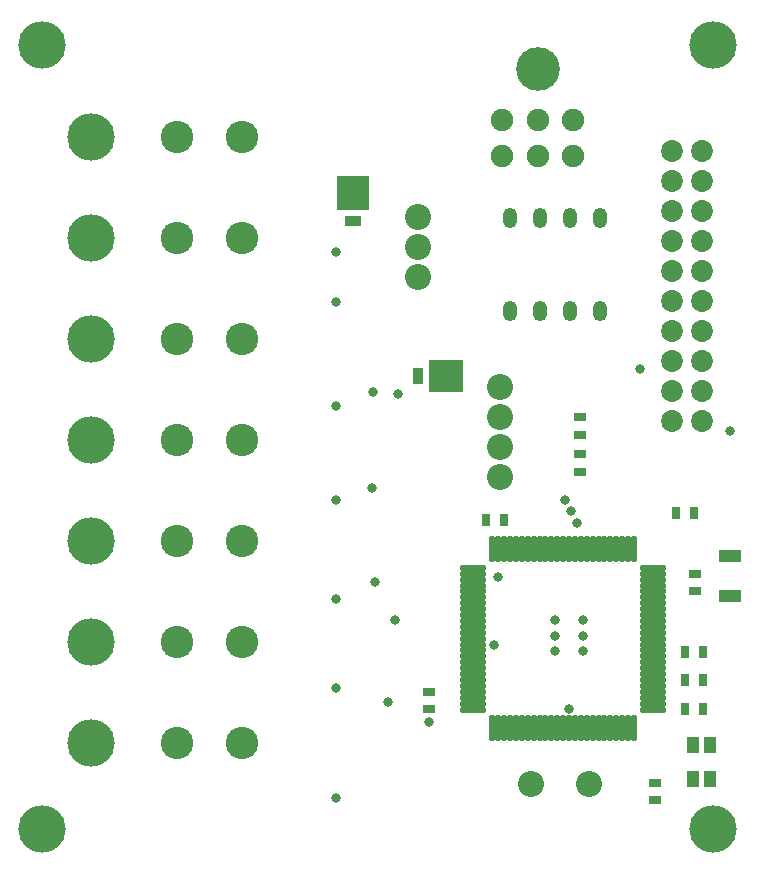
<source format=gts>
G04 Layer_Color=8388736*
%FSLAX43Y43*%
%MOMM*%
G71*
G01*
G75*
%ADD40R,1.003X0.703*%
%ADD41R,1.903X1.003*%
%ADD42R,0.703X1.003*%
%ADD43O,0.503X2.303*%
%ADD44O,2.303X0.503*%
%ADD45R,1.103X1.403*%
%ADD46R,2.743X2.870*%
%ADD47R,1.473X0.965*%
%ADD48R,2.870X2.743*%
%ADD49R,0.965X1.473*%
%ADD50C,2.203*%
%ADD51C,4.013*%
%ADD52C,1.854*%
%ADD53C,2.743*%
%ADD54C,1.903*%
%ADD55C,3.703*%
%ADD56O,1.219X1.727*%
%ADD57C,0.838*%
D40*
X56990Y23693D02*
D03*
Y25193D02*
D03*
X76111Y17489D02*
D03*
Y15989D02*
D03*
X79474Y35193D02*
D03*
Y33693D02*
D03*
X69723Y48464D02*
D03*
Y46964D02*
D03*
Y45338D02*
D03*
Y43838D02*
D03*
D41*
X82495Y33315D02*
D03*
Y36715D02*
D03*
D42*
X77923Y40319D02*
D03*
X79423D02*
D03*
X63329Y39765D02*
D03*
X61829D02*
D03*
X80157Y23757D02*
D03*
X78657D02*
D03*
X80157Y28598D02*
D03*
X78657D02*
D03*
X80157Y26177D02*
D03*
X78657D02*
D03*
D43*
X62331Y22088D02*
D03*
X62831D02*
D03*
X63331D02*
D03*
X63831D02*
D03*
X64331D02*
D03*
X64831D02*
D03*
X65331D02*
D03*
X65831D02*
D03*
X66331D02*
D03*
X66831D02*
D03*
X67331D02*
D03*
X67831D02*
D03*
X68331D02*
D03*
X68831D02*
D03*
X69331D02*
D03*
X69831D02*
D03*
X70331D02*
D03*
X70831D02*
D03*
X71331D02*
D03*
X71831D02*
D03*
X72331D02*
D03*
X72831D02*
D03*
X73331D02*
D03*
X73831D02*
D03*
X74331D02*
D03*
Y37288D02*
D03*
X73831D02*
D03*
X73331D02*
D03*
X72831D02*
D03*
X72331D02*
D03*
X71831D02*
D03*
X71331D02*
D03*
X70831D02*
D03*
X70331D02*
D03*
X69831D02*
D03*
X69331D02*
D03*
X68831D02*
D03*
X68331D02*
D03*
X67831D02*
D03*
X67331D02*
D03*
X66831D02*
D03*
X66331D02*
D03*
X65831D02*
D03*
X65331D02*
D03*
X64831D02*
D03*
X64331D02*
D03*
X63831D02*
D03*
X63331D02*
D03*
X62831D02*
D03*
X62331D02*
D03*
D44*
X75931Y23688D02*
D03*
Y24188D02*
D03*
Y24688D02*
D03*
Y25188D02*
D03*
Y25688D02*
D03*
Y26188D02*
D03*
Y26688D02*
D03*
Y27188D02*
D03*
Y27688D02*
D03*
Y28188D02*
D03*
Y28688D02*
D03*
Y29188D02*
D03*
Y29688D02*
D03*
Y30188D02*
D03*
Y30688D02*
D03*
Y31188D02*
D03*
Y31688D02*
D03*
Y32188D02*
D03*
Y32688D02*
D03*
Y33188D02*
D03*
Y33688D02*
D03*
Y34188D02*
D03*
Y34688D02*
D03*
Y35188D02*
D03*
Y35688D02*
D03*
X60731D02*
D03*
Y35188D02*
D03*
Y34688D02*
D03*
Y34188D02*
D03*
Y33688D02*
D03*
Y33188D02*
D03*
Y32688D02*
D03*
Y32188D02*
D03*
Y31688D02*
D03*
Y31188D02*
D03*
Y30688D02*
D03*
Y30188D02*
D03*
Y29688D02*
D03*
Y29188D02*
D03*
Y28688D02*
D03*
Y28188D02*
D03*
Y27688D02*
D03*
Y27188D02*
D03*
Y26688D02*
D03*
Y26188D02*
D03*
Y25688D02*
D03*
Y25188D02*
D03*
Y24688D02*
D03*
Y24188D02*
D03*
Y23688D02*
D03*
D45*
X80780Y20646D02*
D03*
Y17846D02*
D03*
X79330Y20646D02*
D03*
Y17846D02*
D03*
D46*
X50535Y67441D02*
D03*
D47*
Y65092D02*
D03*
D48*
X58394Y51908D02*
D03*
D49*
X56045D02*
D03*
D50*
X65642Y17375D02*
D03*
X70522D02*
D03*
X62976Y48468D02*
D03*
Y51008D02*
D03*
Y45928D02*
D03*
Y43388D02*
D03*
X56047Y60337D02*
D03*
Y62877D02*
D03*
Y65417D02*
D03*
D51*
X81004Y13539D02*
D03*
X24190Y13532D02*
D03*
X81004Y79978D02*
D03*
X24190Y79971D02*
D03*
X28321Y72136D02*
D03*
Y63585D02*
D03*
Y55033D02*
D03*
Y46482D02*
D03*
Y37931D02*
D03*
Y29379D02*
D03*
Y20828D02*
D03*
D52*
X80096Y70963D02*
D03*
X77556D02*
D03*
Y68423D02*
D03*
X80096D02*
D03*
Y63343D02*
D03*
X77556D02*
D03*
Y65883D02*
D03*
X80096D02*
D03*
Y55723D02*
D03*
X77556D02*
D03*
Y53183D02*
D03*
X80096D02*
D03*
Y58263D02*
D03*
X77556D02*
D03*
Y60803D02*
D03*
X80096D02*
D03*
Y48103D02*
D03*
X77556D02*
D03*
Y50643D02*
D03*
X80096D02*
D03*
D53*
X35611Y72136D02*
D03*
X41123D02*
D03*
X35611Y63585D02*
D03*
X41123D02*
D03*
X35611Y55033D02*
D03*
X41123D02*
D03*
X35611Y46482D02*
D03*
X41123D02*
D03*
X35611Y37931D02*
D03*
X41123D02*
D03*
X35611Y29379D02*
D03*
X41123D02*
D03*
X35611Y20828D02*
D03*
X41123D02*
D03*
D54*
X63176Y70561D02*
D03*
X66176D02*
D03*
X69176D02*
D03*
Y73561D02*
D03*
X63176D02*
D03*
X66176D02*
D03*
D55*
Y77881D02*
D03*
D56*
X71447Y65313D02*
D03*
X63827D02*
D03*
X71447Y57439D02*
D03*
X63827D02*
D03*
X68907D02*
D03*
X66367D02*
D03*
Y65313D02*
D03*
X68907D02*
D03*
D57*
X49066Y62419D02*
D03*
Y58215D02*
D03*
Y49392D02*
D03*
Y41428D02*
D03*
Y33020D02*
D03*
Y25529D02*
D03*
Y16233D02*
D03*
X70040Y28616D02*
D03*
Y29946D02*
D03*
Y31276D02*
D03*
X67616Y28616D02*
D03*
Y29946D02*
D03*
Y31276D02*
D03*
X68990Y40462D02*
D03*
X69484Y39502D02*
D03*
X82495Y47231D02*
D03*
X56990Y22594D02*
D03*
X68831Y23775D02*
D03*
X62491Y29188D02*
D03*
X62818Y34878D02*
D03*
X74857Y52554D02*
D03*
X68496Y41423D02*
D03*
X53478Y24295D02*
D03*
X54082Y31230D02*
D03*
X52407Y34447D02*
D03*
X52136Y42464D02*
D03*
X52220Y50571D02*
D03*
X54325Y50367D02*
D03*
M02*

</source>
